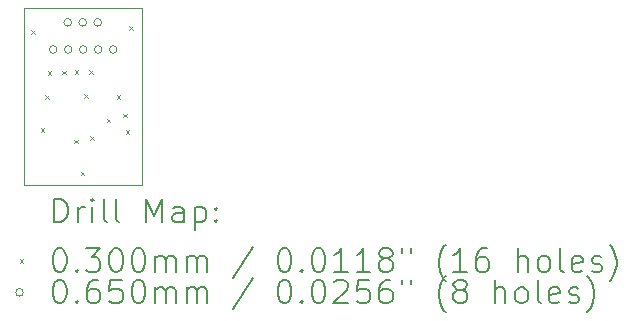
<source format=gbr>
%TF.GenerationSoftware,KiCad,Pcbnew,8.0.7-8.0.7-0~ubuntu24.04.1*%
%TF.CreationDate,2024-12-31T11:09:28-07:00*%
%TF.ProjectId,Sensor Board,53656e73-6f72-4204-926f-6172642e6b69,rev?*%
%TF.SameCoordinates,Original*%
%TF.FileFunction,Drillmap*%
%TF.FilePolarity,Positive*%
%FSLAX45Y45*%
G04 Gerber Fmt 4.5, Leading zero omitted, Abs format (unit mm)*
G04 Created by KiCad (PCBNEW 8.0.7-8.0.7-0~ubuntu24.04.1) date 2024-12-31 11:09:28*
%MOMM*%
%LPD*%
G01*
G04 APERTURE LIST*
%ADD10C,0.050000*%
%ADD11C,0.200000*%
%ADD12C,0.100000*%
G04 APERTURE END LIST*
D10*
X13950000Y-9480000D02*
X14950000Y-9480000D01*
X14950000Y-10980000D01*
X13950000Y-10980000D01*
X13950000Y-9480000D01*
D11*
D12*
X14015000Y-9665000D02*
X14045000Y-9695000D01*
X14045000Y-9665000D02*
X14015000Y-9695000D01*
X14095000Y-10495000D02*
X14125000Y-10525000D01*
X14125000Y-10495000D02*
X14095000Y-10525000D01*
X14133479Y-10215375D02*
X14163479Y-10245375D01*
X14163479Y-10215375D02*
X14133479Y-10245375D01*
X14155000Y-10015000D02*
X14185000Y-10045000D01*
X14185000Y-10015000D02*
X14155000Y-10045000D01*
X14276000Y-10011711D02*
X14306000Y-10041711D01*
X14306000Y-10011711D02*
X14276000Y-10041711D01*
X14380000Y-10595000D02*
X14410000Y-10625000D01*
X14410000Y-10595000D02*
X14380000Y-10625000D01*
X14384000Y-10005000D02*
X14414000Y-10035000D01*
X14414000Y-10005000D02*
X14384000Y-10035000D01*
X14433500Y-10864925D02*
X14463500Y-10894925D01*
X14463500Y-10864925D02*
X14433500Y-10894925D01*
X14465000Y-10209000D02*
X14495000Y-10239000D01*
X14495000Y-10209000D02*
X14465000Y-10239000D01*
X14505000Y-10005000D02*
X14535000Y-10035000D01*
X14535000Y-10005000D02*
X14505000Y-10035000D01*
X14511717Y-10565000D02*
X14541717Y-10595000D01*
X14541717Y-10565000D02*
X14511717Y-10595000D01*
X14655000Y-10415000D02*
X14685000Y-10445000D01*
X14685000Y-10415000D02*
X14655000Y-10445000D01*
X14738615Y-10215516D02*
X14768615Y-10245516D01*
X14768615Y-10215516D02*
X14738615Y-10245516D01*
X14795000Y-10375000D02*
X14825000Y-10405000D01*
X14825000Y-10375000D02*
X14795000Y-10405000D01*
X14815000Y-10515000D02*
X14845000Y-10545000D01*
X14845000Y-10515000D02*
X14815000Y-10545000D01*
X14845000Y-9635000D02*
X14875000Y-9665000D01*
X14875000Y-9635000D02*
X14845000Y-9665000D01*
X14231500Y-9830000D02*
G75*
G02*
X14166500Y-9830000I-32500J0D01*
G01*
X14166500Y-9830000D02*
G75*
G02*
X14231500Y-9830000I32500J0D01*
G01*
X14356000Y-9600000D02*
G75*
G02*
X14291000Y-9600000I-32500J0D01*
G01*
X14291000Y-9600000D02*
G75*
G02*
X14356000Y-9600000I32500J0D01*
G01*
X14358500Y-9830000D02*
G75*
G02*
X14293500Y-9830000I-32500J0D01*
G01*
X14293500Y-9830000D02*
G75*
G02*
X14358500Y-9830000I32500J0D01*
G01*
X14483000Y-9600000D02*
G75*
G02*
X14418000Y-9600000I-32500J0D01*
G01*
X14418000Y-9600000D02*
G75*
G02*
X14483000Y-9600000I32500J0D01*
G01*
X14485500Y-9830000D02*
G75*
G02*
X14420500Y-9830000I-32500J0D01*
G01*
X14420500Y-9830000D02*
G75*
G02*
X14485500Y-9830000I32500J0D01*
G01*
X14610000Y-9600000D02*
G75*
G02*
X14545000Y-9600000I-32500J0D01*
G01*
X14545000Y-9600000D02*
G75*
G02*
X14610000Y-9600000I32500J0D01*
G01*
X14612500Y-9830000D02*
G75*
G02*
X14547500Y-9830000I-32500J0D01*
G01*
X14547500Y-9830000D02*
G75*
G02*
X14612500Y-9830000I32500J0D01*
G01*
X14739500Y-9830000D02*
G75*
G02*
X14674500Y-9830000I-32500J0D01*
G01*
X14674500Y-9830000D02*
G75*
G02*
X14739500Y-9830000I32500J0D01*
G01*
D11*
X14208277Y-11293984D02*
X14208277Y-11093984D01*
X14208277Y-11093984D02*
X14255896Y-11093984D01*
X14255896Y-11093984D02*
X14284467Y-11103508D01*
X14284467Y-11103508D02*
X14303515Y-11122555D01*
X14303515Y-11122555D02*
X14313039Y-11141603D01*
X14313039Y-11141603D02*
X14322562Y-11179698D01*
X14322562Y-11179698D02*
X14322562Y-11208269D01*
X14322562Y-11208269D02*
X14313039Y-11246365D01*
X14313039Y-11246365D02*
X14303515Y-11265412D01*
X14303515Y-11265412D02*
X14284467Y-11284460D01*
X14284467Y-11284460D02*
X14255896Y-11293984D01*
X14255896Y-11293984D02*
X14208277Y-11293984D01*
X14408277Y-11293984D02*
X14408277Y-11160650D01*
X14408277Y-11198746D02*
X14417801Y-11179698D01*
X14417801Y-11179698D02*
X14427324Y-11170174D01*
X14427324Y-11170174D02*
X14446372Y-11160650D01*
X14446372Y-11160650D02*
X14465420Y-11160650D01*
X14532086Y-11293984D02*
X14532086Y-11160650D01*
X14532086Y-11093984D02*
X14522562Y-11103508D01*
X14522562Y-11103508D02*
X14532086Y-11113031D01*
X14532086Y-11113031D02*
X14541610Y-11103508D01*
X14541610Y-11103508D02*
X14532086Y-11093984D01*
X14532086Y-11093984D02*
X14532086Y-11113031D01*
X14655896Y-11293984D02*
X14636848Y-11284460D01*
X14636848Y-11284460D02*
X14627324Y-11265412D01*
X14627324Y-11265412D02*
X14627324Y-11093984D01*
X14760658Y-11293984D02*
X14741610Y-11284460D01*
X14741610Y-11284460D02*
X14732086Y-11265412D01*
X14732086Y-11265412D02*
X14732086Y-11093984D01*
X14989229Y-11293984D02*
X14989229Y-11093984D01*
X14989229Y-11093984D02*
X15055896Y-11236841D01*
X15055896Y-11236841D02*
X15122562Y-11093984D01*
X15122562Y-11093984D02*
X15122562Y-11293984D01*
X15303515Y-11293984D02*
X15303515Y-11189222D01*
X15303515Y-11189222D02*
X15293991Y-11170174D01*
X15293991Y-11170174D02*
X15274943Y-11160650D01*
X15274943Y-11160650D02*
X15236848Y-11160650D01*
X15236848Y-11160650D02*
X15217801Y-11170174D01*
X15303515Y-11284460D02*
X15284467Y-11293984D01*
X15284467Y-11293984D02*
X15236848Y-11293984D01*
X15236848Y-11293984D02*
X15217801Y-11284460D01*
X15217801Y-11284460D02*
X15208277Y-11265412D01*
X15208277Y-11265412D02*
X15208277Y-11246365D01*
X15208277Y-11246365D02*
X15217801Y-11227317D01*
X15217801Y-11227317D02*
X15236848Y-11217793D01*
X15236848Y-11217793D02*
X15284467Y-11217793D01*
X15284467Y-11217793D02*
X15303515Y-11208269D01*
X15398753Y-11160650D02*
X15398753Y-11360650D01*
X15398753Y-11170174D02*
X15417801Y-11160650D01*
X15417801Y-11160650D02*
X15455896Y-11160650D01*
X15455896Y-11160650D02*
X15474943Y-11170174D01*
X15474943Y-11170174D02*
X15484467Y-11179698D01*
X15484467Y-11179698D02*
X15493991Y-11198746D01*
X15493991Y-11198746D02*
X15493991Y-11255888D01*
X15493991Y-11255888D02*
X15484467Y-11274936D01*
X15484467Y-11274936D02*
X15474943Y-11284460D01*
X15474943Y-11284460D02*
X15455896Y-11293984D01*
X15455896Y-11293984D02*
X15417801Y-11293984D01*
X15417801Y-11293984D02*
X15398753Y-11284460D01*
X15579705Y-11274936D02*
X15589229Y-11284460D01*
X15589229Y-11284460D02*
X15579705Y-11293984D01*
X15579705Y-11293984D02*
X15570182Y-11284460D01*
X15570182Y-11284460D02*
X15579705Y-11274936D01*
X15579705Y-11274936D02*
X15579705Y-11293984D01*
X15579705Y-11170174D02*
X15589229Y-11179698D01*
X15589229Y-11179698D02*
X15579705Y-11189222D01*
X15579705Y-11189222D02*
X15570182Y-11179698D01*
X15570182Y-11179698D02*
X15579705Y-11170174D01*
X15579705Y-11170174D02*
X15579705Y-11189222D01*
D12*
X13917500Y-11607500D02*
X13947500Y-11637500D01*
X13947500Y-11607500D02*
X13917500Y-11637500D01*
D11*
X14246372Y-11513984D02*
X14265420Y-11513984D01*
X14265420Y-11513984D02*
X14284467Y-11523508D01*
X14284467Y-11523508D02*
X14293991Y-11533031D01*
X14293991Y-11533031D02*
X14303515Y-11552079D01*
X14303515Y-11552079D02*
X14313039Y-11590174D01*
X14313039Y-11590174D02*
X14313039Y-11637793D01*
X14313039Y-11637793D02*
X14303515Y-11675888D01*
X14303515Y-11675888D02*
X14293991Y-11694936D01*
X14293991Y-11694936D02*
X14284467Y-11704460D01*
X14284467Y-11704460D02*
X14265420Y-11713984D01*
X14265420Y-11713984D02*
X14246372Y-11713984D01*
X14246372Y-11713984D02*
X14227324Y-11704460D01*
X14227324Y-11704460D02*
X14217801Y-11694936D01*
X14217801Y-11694936D02*
X14208277Y-11675888D01*
X14208277Y-11675888D02*
X14198753Y-11637793D01*
X14198753Y-11637793D02*
X14198753Y-11590174D01*
X14198753Y-11590174D02*
X14208277Y-11552079D01*
X14208277Y-11552079D02*
X14217801Y-11533031D01*
X14217801Y-11533031D02*
X14227324Y-11523508D01*
X14227324Y-11523508D02*
X14246372Y-11513984D01*
X14398753Y-11694936D02*
X14408277Y-11704460D01*
X14408277Y-11704460D02*
X14398753Y-11713984D01*
X14398753Y-11713984D02*
X14389229Y-11704460D01*
X14389229Y-11704460D02*
X14398753Y-11694936D01*
X14398753Y-11694936D02*
X14398753Y-11713984D01*
X14474943Y-11513984D02*
X14598753Y-11513984D01*
X14598753Y-11513984D02*
X14532086Y-11590174D01*
X14532086Y-11590174D02*
X14560658Y-11590174D01*
X14560658Y-11590174D02*
X14579705Y-11599698D01*
X14579705Y-11599698D02*
X14589229Y-11609222D01*
X14589229Y-11609222D02*
X14598753Y-11628269D01*
X14598753Y-11628269D02*
X14598753Y-11675888D01*
X14598753Y-11675888D02*
X14589229Y-11694936D01*
X14589229Y-11694936D02*
X14579705Y-11704460D01*
X14579705Y-11704460D02*
X14560658Y-11713984D01*
X14560658Y-11713984D02*
X14503515Y-11713984D01*
X14503515Y-11713984D02*
X14484467Y-11704460D01*
X14484467Y-11704460D02*
X14474943Y-11694936D01*
X14722562Y-11513984D02*
X14741610Y-11513984D01*
X14741610Y-11513984D02*
X14760658Y-11523508D01*
X14760658Y-11523508D02*
X14770182Y-11533031D01*
X14770182Y-11533031D02*
X14779705Y-11552079D01*
X14779705Y-11552079D02*
X14789229Y-11590174D01*
X14789229Y-11590174D02*
X14789229Y-11637793D01*
X14789229Y-11637793D02*
X14779705Y-11675888D01*
X14779705Y-11675888D02*
X14770182Y-11694936D01*
X14770182Y-11694936D02*
X14760658Y-11704460D01*
X14760658Y-11704460D02*
X14741610Y-11713984D01*
X14741610Y-11713984D02*
X14722562Y-11713984D01*
X14722562Y-11713984D02*
X14703515Y-11704460D01*
X14703515Y-11704460D02*
X14693991Y-11694936D01*
X14693991Y-11694936D02*
X14684467Y-11675888D01*
X14684467Y-11675888D02*
X14674943Y-11637793D01*
X14674943Y-11637793D02*
X14674943Y-11590174D01*
X14674943Y-11590174D02*
X14684467Y-11552079D01*
X14684467Y-11552079D02*
X14693991Y-11533031D01*
X14693991Y-11533031D02*
X14703515Y-11523508D01*
X14703515Y-11523508D02*
X14722562Y-11513984D01*
X14913039Y-11513984D02*
X14932086Y-11513984D01*
X14932086Y-11513984D02*
X14951134Y-11523508D01*
X14951134Y-11523508D02*
X14960658Y-11533031D01*
X14960658Y-11533031D02*
X14970182Y-11552079D01*
X14970182Y-11552079D02*
X14979705Y-11590174D01*
X14979705Y-11590174D02*
X14979705Y-11637793D01*
X14979705Y-11637793D02*
X14970182Y-11675888D01*
X14970182Y-11675888D02*
X14960658Y-11694936D01*
X14960658Y-11694936D02*
X14951134Y-11704460D01*
X14951134Y-11704460D02*
X14932086Y-11713984D01*
X14932086Y-11713984D02*
X14913039Y-11713984D01*
X14913039Y-11713984D02*
X14893991Y-11704460D01*
X14893991Y-11704460D02*
X14884467Y-11694936D01*
X14884467Y-11694936D02*
X14874943Y-11675888D01*
X14874943Y-11675888D02*
X14865420Y-11637793D01*
X14865420Y-11637793D02*
X14865420Y-11590174D01*
X14865420Y-11590174D02*
X14874943Y-11552079D01*
X14874943Y-11552079D02*
X14884467Y-11533031D01*
X14884467Y-11533031D02*
X14893991Y-11523508D01*
X14893991Y-11523508D02*
X14913039Y-11513984D01*
X15065420Y-11713984D02*
X15065420Y-11580650D01*
X15065420Y-11599698D02*
X15074943Y-11590174D01*
X15074943Y-11590174D02*
X15093991Y-11580650D01*
X15093991Y-11580650D02*
X15122563Y-11580650D01*
X15122563Y-11580650D02*
X15141610Y-11590174D01*
X15141610Y-11590174D02*
X15151134Y-11609222D01*
X15151134Y-11609222D02*
X15151134Y-11713984D01*
X15151134Y-11609222D02*
X15160658Y-11590174D01*
X15160658Y-11590174D02*
X15179705Y-11580650D01*
X15179705Y-11580650D02*
X15208277Y-11580650D01*
X15208277Y-11580650D02*
X15227324Y-11590174D01*
X15227324Y-11590174D02*
X15236848Y-11609222D01*
X15236848Y-11609222D02*
X15236848Y-11713984D01*
X15332086Y-11713984D02*
X15332086Y-11580650D01*
X15332086Y-11599698D02*
X15341610Y-11590174D01*
X15341610Y-11590174D02*
X15360658Y-11580650D01*
X15360658Y-11580650D02*
X15389229Y-11580650D01*
X15389229Y-11580650D02*
X15408277Y-11590174D01*
X15408277Y-11590174D02*
X15417801Y-11609222D01*
X15417801Y-11609222D02*
X15417801Y-11713984D01*
X15417801Y-11609222D02*
X15427324Y-11590174D01*
X15427324Y-11590174D02*
X15446372Y-11580650D01*
X15446372Y-11580650D02*
X15474943Y-11580650D01*
X15474943Y-11580650D02*
X15493991Y-11590174D01*
X15493991Y-11590174D02*
X15503515Y-11609222D01*
X15503515Y-11609222D02*
X15503515Y-11713984D01*
X15893991Y-11504460D02*
X15722563Y-11761603D01*
X16151134Y-11513984D02*
X16170182Y-11513984D01*
X16170182Y-11513984D02*
X16189229Y-11523508D01*
X16189229Y-11523508D02*
X16198753Y-11533031D01*
X16198753Y-11533031D02*
X16208277Y-11552079D01*
X16208277Y-11552079D02*
X16217801Y-11590174D01*
X16217801Y-11590174D02*
X16217801Y-11637793D01*
X16217801Y-11637793D02*
X16208277Y-11675888D01*
X16208277Y-11675888D02*
X16198753Y-11694936D01*
X16198753Y-11694936D02*
X16189229Y-11704460D01*
X16189229Y-11704460D02*
X16170182Y-11713984D01*
X16170182Y-11713984D02*
X16151134Y-11713984D01*
X16151134Y-11713984D02*
X16132086Y-11704460D01*
X16132086Y-11704460D02*
X16122563Y-11694936D01*
X16122563Y-11694936D02*
X16113039Y-11675888D01*
X16113039Y-11675888D02*
X16103515Y-11637793D01*
X16103515Y-11637793D02*
X16103515Y-11590174D01*
X16103515Y-11590174D02*
X16113039Y-11552079D01*
X16113039Y-11552079D02*
X16122563Y-11533031D01*
X16122563Y-11533031D02*
X16132086Y-11523508D01*
X16132086Y-11523508D02*
X16151134Y-11513984D01*
X16303515Y-11694936D02*
X16313039Y-11704460D01*
X16313039Y-11704460D02*
X16303515Y-11713984D01*
X16303515Y-11713984D02*
X16293991Y-11704460D01*
X16293991Y-11704460D02*
X16303515Y-11694936D01*
X16303515Y-11694936D02*
X16303515Y-11713984D01*
X16436848Y-11513984D02*
X16455896Y-11513984D01*
X16455896Y-11513984D02*
X16474944Y-11523508D01*
X16474944Y-11523508D02*
X16484467Y-11533031D01*
X16484467Y-11533031D02*
X16493991Y-11552079D01*
X16493991Y-11552079D02*
X16503515Y-11590174D01*
X16503515Y-11590174D02*
X16503515Y-11637793D01*
X16503515Y-11637793D02*
X16493991Y-11675888D01*
X16493991Y-11675888D02*
X16484467Y-11694936D01*
X16484467Y-11694936D02*
X16474944Y-11704460D01*
X16474944Y-11704460D02*
X16455896Y-11713984D01*
X16455896Y-11713984D02*
X16436848Y-11713984D01*
X16436848Y-11713984D02*
X16417801Y-11704460D01*
X16417801Y-11704460D02*
X16408277Y-11694936D01*
X16408277Y-11694936D02*
X16398753Y-11675888D01*
X16398753Y-11675888D02*
X16389229Y-11637793D01*
X16389229Y-11637793D02*
X16389229Y-11590174D01*
X16389229Y-11590174D02*
X16398753Y-11552079D01*
X16398753Y-11552079D02*
X16408277Y-11533031D01*
X16408277Y-11533031D02*
X16417801Y-11523508D01*
X16417801Y-11523508D02*
X16436848Y-11513984D01*
X16693991Y-11713984D02*
X16579706Y-11713984D01*
X16636848Y-11713984D02*
X16636848Y-11513984D01*
X16636848Y-11513984D02*
X16617801Y-11542555D01*
X16617801Y-11542555D02*
X16598753Y-11561603D01*
X16598753Y-11561603D02*
X16579706Y-11571127D01*
X16884468Y-11713984D02*
X16770182Y-11713984D01*
X16827325Y-11713984D02*
X16827325Y-11513984D01*
X16827325Y-11513984D02*
X16808277Y-11542555D01*
X16808277Y-11542555D02*
X16789229Y-11561603D01*
X16789229Y-11561603D02*
X16770182Y-11571127D01*
X16998753Y-11599698D02*
X16979706Y-11590174D01*
X16979706Y-11590174D02*
X16970182Y-11580650D01*
X16970182Y-11580650D02*
X16960658Y-11561603D01*
X16960658Y-11561603D02*
X16960658Y-11552079D01*
X16960658Y-11552079D02*
X16970182Y-11533031D01*
X16970182Y-11533031D02*
X16979706Y-11523508D01*
X16979706Y-11523508D02*
X16998753Y-11513984D01*
X16998753Y-11513984D02*
X17036849Y-11513984D01*
X17036849Y-11513984D02*
X17055896Y-11523508D01*
X17055896Y-11523508D02*
X17065420Y-11533031D01*
X17065420Y-11533031D02*
X17074944Y-11552079D01*
X17074944Y-11552079D02*
X17074944Y-11561603D01*
X17074944Y-11561603D02*
X17065420Y-11580650D01*
X17065420Y-11580650D02*
X17055896Y-11590174D01*
X17055896Y-11590174D02*
X17036849Y-11599698D01*
X17036849Y-11599698D02*
X16998753Y-11599698D01*
X16998753Y-11599698D02*
X16979706Y-11609222D01*
X16979706Y-11609222D02*
X16970182Y-11618746D01*
X16970182Y-11618746D02*
X16960658Y-11637793D01*
X16960658Y-11637793D02*
X16960658Y-11675888D01*
X16960658Y-11675888D02*
X16970182Y-11694936D01*
X16970182Y-11694936D02*
X16979706Y-11704460D01*
X16979706Y-11704460D02*
X16998753Y-11713984D01*
X16998753Y-11713984D02*
X17036849Y-11713984D01*
X17036849Y-11713984D02*
X17055896Y-11704460D01*
X17055896Y-11704460D02*
X17065420Y-11694936D01*
X17065420Y-11694936D02*
X17074944Y-11675888D01*
X17074944Y-11675888D02*
X17074944Y-11637793D01*
X17074944Y-11637793D02*
X17065420Y-11618746D01*
X17065420Y-11618746D02*
X17055896Y-11609222D01*
X17055896Y-11609222D02*
X17036849Y-11599698D01*
X17151134Y-11513984D02*
X17151134Y-11552079D01*
X17227325Y-11513984D02*
X17227325Y-11552079D01*
X17522563Y-11790174D02*
X17513039Y-11780650D01*
X17513039Y-11780650D02*
X17493991Y-11752079D01*
X17493991Y-11752079D02*
X17484468Y-11733031D01*
X17484468Y-11733031D02*
X17474944Y-11704460D01*
X17474944Y-11704460D02*
X17465420Y-11656841D01*
X17465420Y-11656841D02*
X17465420Y-11618746D01*
X17465420Y-11618746D02*
X17474944Y-11571127D01*
X17474944Y-11571127D02*
X17484468Y-11542555D01*
X17484468Y-11542555D02*
X17493991Y-11523508D01*
X17493991Y-11523508D02*
X17513039Y-11494936D01*
X17513039Y-11494936D02*
X17522563Y-11485412D01*
X17703515Y-11713984D02*
X17589230Y-11713984D01*
X17646372Y-11713984D02*
X17646372Y-11513984D01*
X17646372Y-11513984D02*
X17627325Y-11542555D01*
X17627325Y-11542555D02*
X17608277Y-11561603D01*
X17608277Y-11561603D02*
X17589230Y-11571127D01*
X17874944Y-11513984D02*
X17836849Y-11513984D01*
X17836849Y-11513984D02*
X17817801Y-11523508D01*
X17817801Y-11523508D02*
X17808277Y-11533031D01*
X17808277Y-11533031D02*
X17789230Y-11561603D01*
X17789230Y-11561603D02*
X17779706Y-11599698D01*
X17779706Y-11599698D02*
X17779706Y-11675888D01*
X17779706Y-11675888D02*
X17789230Y-11694936D01*
X17789230Y-11694936D02*
X17798753Y-11704460D01*
X17798753Y-11704460D02*
X17817801Y-11713984D01*
X17817801Y-11713984D02*
X17855896Y-11713984D01*
X17855896Y-11713984D02*
X17874944Y-11704460D01*
X17874944Y-11704460D02*
X17884468Y-11694936D01*
X17884468Y-11694936D02*
X17893991Y-11675888D01*
X17893991Y-11675888D02*
X17893991Y-11628269D01*
X17893991Y-11628269D02*
X17884468Y-11609222D01*
X17884468Y-11609222D02*
X17874944Y-11599698D01*
X17874944Y-11599698D02*
X17855896Y-11590174D01*
X17855896Y-11590174D02*
X17817801Y-11590174D01*
X17817801Y-11590174D02*
X17798753Y-11599698D01*
X17798753Y-11599698D02*
X17789230Y-11609222D01*
X17789230Y-11609222D02*
X17779706Y-11628269D01*
X18132087Y-11713984D02*
X18132087Y-11513984D01*
X18217801Y-11713984D02*
X18217801Y-11609222D01*
X18217801Y-11609222D02*
X18208277Y-11590174D01*
X18208277Y-11590174D02*
X18189230Y-11580650D01*
X18189230Y-11580650D02*
X18160658Y-11580650D01*
X18160658Y-11580650D02*
X18141611Y-11590174D01*
X18141611Y-11590174D02*
X18132087Y-11599698D01*
X18341611Y-11713984D02*
X18322563Y-11704460D01*
X18322563Y-11704460D02*
X18313039Y-11694936D01*
X18313039Y-11694936D02*
X18303515Y-11675888D01*
X18303515Y-11675888D02*
X18303515Y-11618746D01*
X18303515Y-11618746D02*
X18313039Y-11599698D01*
X18313039Y-11599698D02*
X18322563Y-11590174D01*
X18322563Y-11590174D02*
X18341611Y-11580650D01*
X18341611Y-11580650D02*
X18370182Y-11580650D01*
X18370182Y-11580650D02*
X18389230Y-11590174D01*
X18389230Y-11590174D02*
X18398753Y-11599698D01*
X18398753Y-11599698D02*
X18408277Y-11618746D01*
X18408277Y-11618746D02*
X18408277Y-11675888D01*
X18408277Y-11675888D02*
X18398753Y-11694936D01*
X18398753Y-11694936D02*
X18389230Y-11704460D01*
X18389230Y-11704460D02*
X18370182Y-11713984D01*
X18370182Y-11713984D02*
X18341611Y-11713984D01*
X18522563Y-11713984D02*
X18503515Y-11704460D01*
X18503515Y-11704460D02*
X18493992Y-11685412D01*
X18493992Y-11685412D02*
X18493992Y-11513984D01*
X18674944Y-11704460D02*
X18655896Y-11713984D01*
X18655896Y-11713984D02*
X18617801Y-11713984D01*
X18617801Y-11713984D02*
X18598753Y-11704460D01*
X18598753Y-11704460D02*
X18589230Y-11685412D01*
X18589230Y-11685412D02*
X18589230Y-11609222D01*
X18589230Y-11609222D02*
X18598753Y-11590174D01*
X18598753Y-11590174D02*
X18617801Y-11580650D01*
X18617801Y-11580650D02*
X18655896Y-11580650D01*
X18655896Y-11580650D02*
X18674944Y-11590174D01*
X18674944Y-11590174D02*
X18684468Y-11609222D01*
X18684468Y-11609222D02*
X18684468Y-11628269D01*
X18684468Y-11628269D02*
X18589230Y-11647317D01*
X18760658Y-11704460D02*
X18779706Y-11713984D01*
X18779706Y-11713984D02*
X18817801Y-11713984D01*
X18817801Y-11713984D02*
X18836849Y-11704460D01*
X18836849Y-11704460D02*
X18846373Y-11685412D01*
X18846373Y-11685412D02*
X18846373Y-11675888D01*
X18846373Y-11675888D02*
X18836849Y-11656841D01*
X18836849Y-11656841D02*
X18817801Y-11647317D01*
X18817801Y-11647317D02*
X18789230Y-11647317D01*
X18789230Y-11647317D02*
X18770182Y-11637793D01*
X18770182Y-11637793D02*
X18760658Y-11618746D01*
X18760658Y-11618746D02*
X18760658Y-11609222D01*
X18760658Y-11609222D02*
X18770182Y-11590174D01*
X18770182Y-11590174D02*
X18789230Y-11580650D01*
X18789230Y-11580650D02*
X18817801Y-11580650D01*
X18817801Y-11580650D02*
X18836849Y-11590174D01*
X18913039Y-11790174D02*
X18922563Y-11780650D01*
X18922563Y-11780650D02*
X18941611Y-11752079D01*
X18941611Y-11752079D02*
X18951134Y-11733031D01*
X18951134Y-11733031D02*
X18960658Y-11704460D01*
X18960658Y-11704460D02*
X18970182Y-11656841D01*
X18970182Y-11656841D02*
X18970182Y-11618746D01*
X18970182Y-11618746D02*
X18960658Y-11571127D01*
X18960658Y-11571127D02*
X18951134Y-11542555D01*
X18951134Y-11542555D02*
X18941611Y-11523508D01*
X18941611Y-11523508D02*
X18922563Y-11494936D01*
X18922563Y-11494936D02*
X18913039Y-11485412D01*
D12*
X13947500Y-11886500D02*
G75*
G02*
X13882500Y-11886500I-32500J0D01*
G01*
X13882500Y-11886500D02*
G75*
G02*
X13947500Y-11886500I32500J0D01*
G01*
D11*
X14246372Y-11777984D02*
X14265420Y-11777984D01*
X14265420Y-11777984D02*
X14284467Y-11787508D01*
X14284467Y-11787508D02*
X14293991Y-11797031D01*
X14293991Y-11797031D02*
X14303515Y-11816079D01*
X14303515Y-11816079D02*
X14313039Y-11854174D01*
X14313039Y-11854174D02*
X14313039Y-11901793D01*
X14313039Y-11901793D02*
X14303515Y-11939888D01*
X14303515Y-11939888D02*
X14293991Y-11958936D01*
X14293991Y-11958936D02*
X14284467Y-11968460D01*
X14284467Y-11968460D02*
X14265420Y-11977984D01*
X14265420Y-11977984D02*
X14246372Y-11977984D01*
X14246372Y-11977984D02*
X14227324Y-11968460D01*
X14227324Y-11968460D02*
X14217801Y-11958936D01*
X14217801Y-11958936D02*
X14208277Y-11939888D01*
X14208277Y-11939888D02*
X14198753Y-11901793D01*
X14198753Y-11901793D02*
X14198753Y-11854174D01*
X14198753Y-11854174D02*
X14208277Y-11816079D01*
X14208277Y-11816079D02*
X14217801Y-11797031D01*
X14217801Y-11797031D02*
X14227324Y-11787508D01*
X14227324Y-11787508D02*
X14246372Y-11777984D01*
X14398753Y-11958936D02*
X14408277Y-11968460D01*
X14408277Y-11968460D02*
X14398753Y-11977984D01*
X14398753Y-11977984D02*
X14389229Y-11968460D01*
X14389229Y-11968460D02*
X14398753Y-11958936D01*
X14398753Y-11958936D02*
X14398753Y-11977984D01*
X14579705Y-11777984D02*
X14541610Y-11777984D01*
X14541610Y-11777984D02*
X14522562Y-11787508D01*
X14522562Y-11787508D02*
X14513039Y-11797031D01*
X14513039Y-11797031D02*
X14493991Y-11825603D01*
X14493991Y-11825603D02*
X14484467Y-11863698D01*
X14484467Y-11863698D02*
X14484467Y-11939888D01*
X14484467Y-11939888D02*
X14493991Y-11958936D01*
X14493991Y-11958936D02*
X14503515Y-11968460D01*
X14503515Y-11968460D02*
X14522562Y-11977984D01*
X14522562Y-11977984D02*
X14560658Y-11977984D01*
X14560658Y-11977984D02*
X14579705Y-11968460D01*
X14579705Y-11968460D02*
X14589229Y-11958936D01*
X14589229Y-11958936D02*
X14598753Y-11939888D01*
X14598753Y-11939888D02*
X14598753Y-11892269D01*
X14598753Y-11892269D02*
X14589229Y-11873222D01*
X14589229Y-11873222D02*
X14579705Y-11863698D01*
X14579705Y-11863698D02*
X14560658Y-11854174D01*
X14560658Y-11854174D02*
X14522562Y-11854174D01*
X14522562Y-11854174D02*
X14503515Y-11863698D01*
X14503515Y-11863698D02*
X14493991Y-11873222D01*
X14493991Y-11873222D02*
X14484467Y-11892269D01*
X14779705Y-11777984D02*
X14684467Y-11777984D01*
X14684467Y-11777984D02*
X14674943Y-11873222D01*
X14674943Y-11873222D02*
X14684467Y-11863698D01*
X14684467Y-11863698D02*
X14703515Y-11854174D01*
X14703515Y-11854174D02*
X14751134Y-11854174D01*
X14751134Y-11854174D02*
X14770182Y-11863698D01*
X14770182Y-11863698D02*
X14779705Y-11873222D01*
X14779705Y-11873222D02*
X14789229Y-11892269D01*
X14789229Y-11892269D02*
X14789229Y-11939888D01*
X14789229Y-11939888D02*
X14779705Y-11958936D01*
X14779705Y-11958936D02*
X14770182Y-11968460D01*
X14770182Y-11968460D02*
X14751134Y-11977984D01*
X14751134Y-11977984D02*
X14703515Y-11977984D01*
X14703515Y-11977984D02*
X14684467Y-11968460D01*
X14684467Y-11968460D02*
X14674943Y-11958936D01*
X14913039Y-11777984D02*
X14932086Y-11777984D01*
X14932086Y-11777984D02*
X14951134Y-11787508D01*
X14951134Y-11787508D02*
X14960658Y-11797031D01*
X14960658Y-11797031D02*
X14970182Y-11816079D01*
X14970182Y-11816079D02*
X14979705Y-11854174D01*
X14979705Y-11854174D02*
X14979705Y-11901793D01*
X14979705Y-11901793D02*
X14970182Y-11939888D01*
X14970182Y-11939888D02*
X14960658Y-11958936D01*
X14960658Y-11958936D02*
X14951134Y-11968460D01*
X14951134Y-11968460D02*
X14932086Y-11977984D01*
X14932086Y-11977984D02*
X14913039Y-11977984D01*
X14913039Y-11977984D02*
X14893991Y-11968460D01*
X14893991Y-11968460D02*
X14884467Y-11958936D01*
X14884467Y-11958936D02*
X14874943Y-11939888D01*
X14874943Y-11939888D02*
X14865420Y-11901793D01*
X14865420Y-11901793D02*
X14865420Y-11854174D01*
X14865420Y-11854174D02*
X14874943Y-11816079D01*
X14874943Y-11816079D02*
X14884467Y-11797031D01*
X14884467Y-11797031D02*
X14893991Y-11787508D01*
X14893991Y-11787508D02*
X14913039Y-11777984D01*
X15065420Y-11977984D02*
X15065420Y-11844650D01*
X15065420Y-11863698D02*
X15074943Y-11854174D01*
X15074943Y-11854174D02*
X15093991Y-11844650D01*
X15093991Y-11844650D02*
X15122563Y-11844650D01*
X15122563Y-11844650D02*
X15141610Y-11854174D01*
X15141610Y-11854174D02*
X15151134Y-11873222D01*
X15151134Y-11873222D02*
X15151134Y-11977984D01*
X15151134Y-11873222D02*
X15160658Y-11854174D01*
X15160658Y-11854174D02*
X15179705Y-11844650D01*
X15179705Y-11844650D02*
X15208277Y-11844650D01*
X15208277Y-11844650D02*
X15227324Y-11854174D01*
X15227324Y-11854174D02*
X15236848Y-11873222D01*
X15236848Y-11873222D02*
X15236848Y-11977984D01*
X15332086Y-11977984D02*
X15332086Y-11844650D01*
X15332086Y-11863698D02*
X15341610Y-11854174D01*
X15341610Y-11854174D02*
X15360658Y-11844650D01*
X15360658Y-11844650D02*
X15389229Y-11844650D01*
X15389229Y-11844650D02*
X15408277Y-11854174D01*
X15408277Y-11854174D02*
X15417801Y-11873222D01*
X15417801Y-11873222D02*
X15417801Y-11977984D01*
X15417801Y-11873222D02*
X15427324Y-11854174D01*
X15427324Y-11854174D02*
X15446372Y-11844650D01*
X15446372Y-11844650D02*
X15474943Y-11844650D01*
X15474943Y-11844650D02*
X15493991Y-11854174D01*
X15493991Y-11854174D02*
X15503515Y-11873222D01*
X15503515Y-11873222D02*
X15503515Y-11977984D01*
X15893991Y-11768460D02*
X15722563Y-12025603D01*
X16151134Y-11777984D02*
X16170182Y-11777984D01*
X16170182Y-11777984D02*
X16189229Y-11787508D01*
X16189229Y-11787508D02*
X16198753Y-11797031D01*
X16198753Y-11797031D02*
X16208277Y-11816079D01*
X16208277Y-11816079D02*
X16217801Y-11854174D01*
X16217801Y-11854174D02*
X16217801Y-11901793D01*
X16217801Y-11901793D02*
X16208277Y-11939888D01*
X16208277Y-11939888D02*
X16198753Y-11958936D01*
X16198753Y-11958936D02*
X16189229Y-11968460D01*
X16189229Y-11968460D02*
X16170182Y-11977984D01*
X16170182Y-11977984D02*
X16151134Y-11977984D01*
X16151134Y-11977984D02*
X16132086Y-11968460D01*
X16132086Y-11968460D02*
X16122563Y-11958936D01*
X16122563Y-11958936D02*
X16113039Y-11939888D01*
X16113039Y-11939888D02*
X16103515Y-11901793D01*
X16103515Y-11901793D02*
X16103515Y-11854174D01*
X16103515Y-11854174D02*
X16113039Y-11816079D01*
X16113039Y-11816079D02*
X16122563Y-11797031D01*
X16122563Y-11797031D02*
X16132086Y-11787508D01*
X16132086Y-11787508D02*
X16151134Y-11777984D01*
X16303515Y-11958936D02*
X16313039Y-11968460D01*
X16313039Y-11968460D02*
X16303515Y-11977984D01*
X16303515Y-11977984D02*
X16293991Y-11968460D01*
X16293991Y-11968460D02*
X16303515Y-11958936D01*
X16303515Y-11958936D02*
X16303515Y-11977984D01*
X16436848Y-11777984D02*
X16455896Y-11777984D01*
X16455896Y-11777984D02*
X16474944Y-11787508D01*
X16474944Y-11787508D02*
X16484467Y-11797031D01*
X16484467Y-11797031D02*
X16493991Y-11816079D01*
X16493991Y-11816079D02*
X16503515Y-11854174D01*
X16503515Y-11854174D02*
X16503515Y-11901793D01*
X16503515Y-11901793D02*
X16493991Y-11939888D01*
X16493991Y-11939888D02*
X16484467Y-11958936D01*
X16484467Y-11958936D02*
X16474944Y-11968460D01*
X16474944Y-11968460D02*
X16455896Y-11977984D01*
X16455896Y-11977984D02*
X16436848Y-11977984D01*
X16436848Y-11977984D02*
X16417801Y-11968460D01*
X16417801Y-11968460D02*
X16408277Y-11958936D01*
X16408277Y-11958936D02*
X16398753Y-11939888D01*
X16398753Y-11939888D02*
X16389229Y-11901793D01*
X16389229Y-11901793D02*
X16389229Y-11854174D01*
X16389229Y-11854174D02*
X16398753Y-11816079D01*
X16398753Y-11816079D02*
X16408277Y-11797031D01*
X16408277Y-11797031D02*
X16417801Y-11787508D01*
X16417801Y-11787508D02*
X16436848Y-11777984D01*
X16579706Y-11797031D02*
X16589229Y-11787508D01*
X16589229Y-11787508D02*
X16608277Y-11777984D01*
X16608277Y-11777984D02*
X16655896Y-11777984D01*
X16655896Y-11777984D02*
X16674944Y-11787508D01*
X16674944Y-11787508D02*
X16684467Y-11797031D01*
X16684467Y-11797031D02*
X16693991Y-11816079D01*
X16693991Y-11816079D02*
X16693991Y-11835127D01*
X16693991Y-11835127D02*
X16684467Y-11863698D01*
X16684467Y-11863698D02*
X16570182Y-11977984D01*
X16570182Y-11977984D02*
X16693991Y-11977984D01*
X16874944Y-11777984D02*
X16779706Y-11777984D01*
X16779706Y-11777984D02*
X16770182Y-11873222D01*
X16770182Y-11873222D02*
X16779706Y-11863698D01*
X16779706Y-11863698D02*
X16798753Y-11854174D01*
X16798753Y-11854174D02*
X16846372Y-11854174D01*
X16846372Y-11854174D02*
X16865420Y-11863698D01*
X16865420Y-11863698D02*
X16874944Y-11873222D01*
X16874944Y-11873222D02*
X16884468Y-11892269D01*
X16884468Y-11892269D02*
X16884468Y-11939888D01*
X16884468Y-11939888D02*
X16874944Y-11958936D01*
X16874944Y-11958936D02*
X16865420Y-11968460D01*
X16865420Y-11968460D02*
X16846372Y-11977984D01*
X16846372Y-11977984D02*
X16798753Y-11977984D01*
X16798753Y-11977984D02*
X16779706Y-11968460D01*
X16779706Y-11968460D02*
X16770182Y-11958936D01*
X17055896Y-11777984D02*
X17017801Y-11777984D01*
X17017801Y-11777984D02*
X16998753Y-11787508D01*
X16998753Y-11787508D02*
X16989229Y-11797031D01*
X16989229Y-11797031D02*
X16970182Y-11825603D01*
X16970182Y-11825603D02*
X16960658Y-11863698D01*
X16960658Y-11863698D02*
X16960658Y-11939888D01*
X16960658Y-11939888D02*
X16970182Y-11958936D01*
X16970182Y-11958936D02*
X16979706Y-11968460D01*
X16979706Y-11968460D02*
X16998753Y-11977984D01*
X16998753Y-11977984D02*
X17036849Y-11977984D01*
X17036849Y-11977984D02*
X17055896Y-11968460D01*
X17055896Y-11968460D02*
X17065420Y-11958936D01*
X17065420Y-11958936D02*
X17074944Y-11939888D01*
X17074944Y-11939888D02*
X17074944Y-11892269D01*
X17074944Y-11892269D02*
X17065420Y-11873222D01*
X17065420Y-11873222D02*
X17055896Y-11863698D01*
X17055896Y-11863698D02*
X17036849Y-11854174D01*
X17036849Y-11854174D02*
X16998753Y-11854174D01*
X16998753Y-11854174D02*
X16979706Y-11863698D01*
X16979706Y-11863698D02*
X16970182Y-11873222D01*
X16970182Y-11873222D02*
X16960658Y-11892269D01*
X17151134Y-11777984D02*
X17151134Y-11816079D01*
X17227325Y-11777984D02*
X17227325Y-11816079D01*
X17522563Y-12054174D02*
X17513039Y-12044650D01*
X17513039Y-12044650D02*
X17493991Y-12016079D01*
X17493991Y-12016079D02*
X17484468Y-11997031D01*
X17484468Y-11997031D02*
X17474944Y-11968460D01*
X17474944Y-11968460D02*
X17465420Y-11920841D01*
X17465420Y-11920841D02*
X17465420Y-11882746D01*
X17465420Y-11882746D02*
X17474944Y-11835127D01*
X17474944Y-11835127D02*
X17484468Y-11806555D01*
X17484468Y-11806555D02*
X17493991Y-11787508D01*
X17493991Y-11787508D02*
X17513039Y-11758936D01*
X17513039Y-11758936D02*
X17522563Y-11749412D01*
X17627325Y-11863698D02*
X17608277Y-11854174D01*
X17608277Y-11854174D02*
X17598753Y-11844650D01*
X17598753Y-11844650D02*
X17589230Y-11825603D01*
X17589230Y-11825603D02*
X17589230Y-11816079D01*
X17589230Y-11816079D02*
X17598753Y-11797031D01*
X17598753Y-11797031D02*
X17608277Y-11787508D01*
X17608277Y-11787508D02*
X17627325Y-11777984D01*
X17627325Y-11777984D02*
X17665420Y-11777984D01*
X17665420Y-11777984D02*
X17684468Y-11787508D01*
X17684468Y-11787508D02*
X17693991Y-11797031D01*
X17693991Y-11797031D02*
X17703515Y-11816079D01*
X17703515Y-11816079D02*
X17703515Y-11825603D01*
X17703515Y-11825603D02*
X17693991Y-11844650D01*
X17693991Y-11844650D02*
X17684468Y-11854174D01*
X17684468Y-11854174D02*
X17665420Y-11863698D01*
X17665420Y-11863698D02*
X17627325Y-11863698D01*
X17627325Y-11863698D02*
X17608277Y-11873222D01*
X17608277Y-11873222D02*
X17598753Y-11882746D01*
X17598753Y-11882746D02*
X17589230Y-11901793D01*
X17589230Y-11901793D02*
X17589230Y-11939888D01*
X17589230Y-11939888D02*
X17598753Y-11958936D01*
X17598753Y-11958936D02*
X17608277Y-11968460D01*
X17608277Y-11968460D02*
X17627325Y-11977984D01*
X17627325Y-11977984D02*
X17665420Y-11977984D01*
X17665420Y-11977984D02*
X17684468Y-11968460D01*
X17684468Y-11968460D02*
X17693991Y-11958936D01*
X17693991Y-11958936D02*
X17703515Y-11939888D01*
X17703515Y-11939888D02*
X17703515Y-11901793D01*
X17703515Y-11901793D02*
X17693991Y-11882746D01*
X17693991Y-11882746D02*
X17684468Y-11873222D01*
X17684468Y-11873222D02*
X17665420Y-11863698D01*
X17941611Y-11977984D02*
X17941611Y-11777984D01*
X18027325Y-11977984D02*
X18027325Y-11873222D01*
X18027325Y-11873222D02*
X18017801Y-11854174D01*
X18017801Y-11854174D02*
X17998753Y-11844650D01*
X17998753Y-11844650D02*
X17970182Y-11844650D01*
X17970182Y-11844650D02*
X17951134Y-11854174D01*
X17951134Y-11854174D02*
X17941611Y-11863698D01*
X18151134Y-11977984D02*
X18132087Y-11968460D01*
X18132087Y-11968460D02*
X18122563Y-11958936D01*
X18122563Y-11958936D02*
X18113039Y-11939888D01*
X18113039Y-11939888D02*
X18113039Y-11882746D01*
X18113039Y-11882746D02*
X18122563Y-11863698D01*
X18122563Y-11863698D02*
X18132087Y-11854174D01*
X18132087Y-11854174D02*
X18151134Y-11844650D01*
X18151134Y-11844650D02*
X18179706Y-11844650D01*
X18179706Y-11844650D02*
X18198753Y-11854174D01*
X18198753Y-11854174D02*
X18208277Y-11863698D01*
X18208277Y-11863698D02*
X18217801Y-11882746D01*
X18217801Y-11882746D02*
X18217801Y-11939888D01*
X18217801Y-11939888D02*
X18208277Y-11958936D01*
X18208277Y-11958936D02*
X18198753Y-11968460D01*
X18198753Y-11968460D02*
X18179706Y-11977984D01*
X18179706Y-11977984D02*
X18151134Y-11977984D01*
X18332087Y-11977984D02*
X18313039Y-11968460D01*
X18313039Y-11968460D02*
X18303515Y-11949412D01*
X18303515Y-11949412D02*
X18303515Y-11777984D01*
X18484468Y-11968460D02*
X18465420Y-11977984D01*
X18465420Y-11977984D02*
X18427325Y-11977984D01*
X18427325Y-11977984D02*
X18408277Y-11968460D01*
X18408277Y-11968460D02*
X18398753Y-11949412D01*
X18398753Y-11949412D02*
X18398753Y-11873222D01*
X18398753Y-11873222D02*
X18408277Y-11854174D01*
X18408277Y-11854174D02*
X18427325Y-11844650D01*
X18427325Y-11844650D02*
X18465420Y-11844650D01*
X18465420Y-11844650D02*
X18484468Y-11854174D01*
X18484468Y-11854174D02*
X18493992Y-11873222D01*
X18493992Y-11873222D02*
X18493992Y-11892269D01*
X18493992Y-11892269D02*
X18398753Y-11911317D01*
X18570182Y-11968460D02*
X18589230Y-11977984D01*
X18589230Y-11977984D02*
X18627325Y-11977984D01*
X18627325Y-11977984D02*
X18646373Y-11968460D01*
X18646373Y-11968460D02*
X18655896Y-11949412D01*
X18655896Y-11949412D02*
X18655896Y-11939888D01*
X18655896Y-11939888D02*
X18646373Y-11920841D01*
X18646373Y-11920841D02*
X18627325Y-11911317D01*
X18627325Y-11911317D02*
X18598753Y-11911317D01*
X18598753Y-11911317D02*
X18579706Y-11901793D01*
X18579706Y-11901793D02*
X18570182Y-11882746D01*
X18570182Y-11882746D02*
X18570182Y-11873222D01*
X18570182Y-11873222D02*
X18579706Y-11854174D01*
X18579706Y-11854174D02*
X18598753Y-11844650D01*
X18598753Y-11844650D02*
X18627325Y-11844650D01*
X18627325Y-11844650D02*
X18646373Y-11854174D01*
X18722563Y-12054174D02*
X18732087Y-12044650D01*
X18732087Y-12044650D02*
X18751134Y-12016079D01*
X18751134Y-12016079D02*
X18760658Y-11997031D01*
X18760658Y-11997031D02*
X18770182Y-11968460D01*
X18770182Y-11968460D02*
X18779706Y-11920841D01*
X18779706Y-11920841D02*
X18779706Y-11882746D01*
X18779706Y-11882746D02*
X18770182Y-11835127D01*
X18770182Y-11835127D02*
X18760658Y-11806555D01*
X18760658Y-11806555D02*
X18751134Y-11787508D01*
X18751134Y-11787508D02*
X18732087Y-11758936D01*
X18732087Y-11758936D02*
X18722563Y-11749412D01*
M02*

</source>
